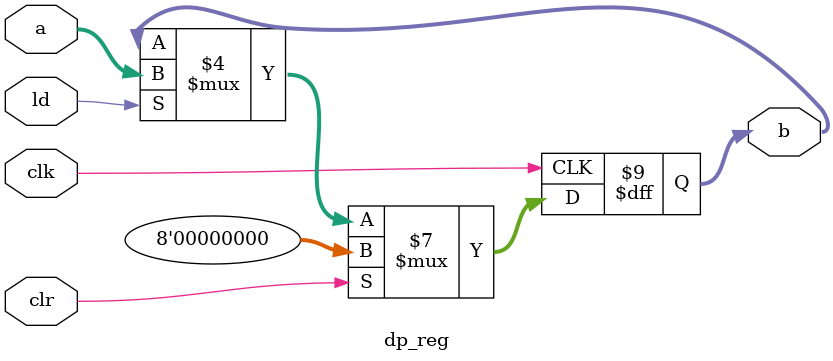
<source format=v>
`timescale 1ns / 1ps
module dp_reg(a,b,clk,clr,ld);

input[7:0] a;
input clr, ld, clk;
output reg [7:0] b;

always@(posedge clk) begin
	if (clr == 1)
		b <= 0;
	else if (ld == 1)
		b <= a;
end

endmodule

</source>
